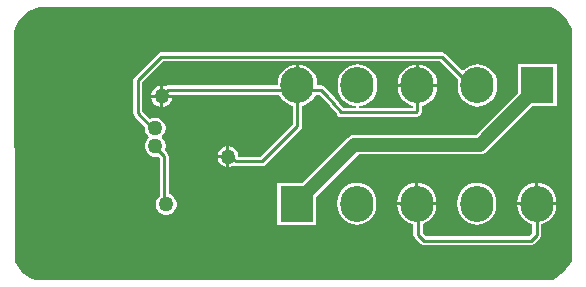
<source format=gbr>
G04*
G04 #@! TF.GenerationSoftware,Altium Limited,Altium Designer,23.0.1 (38)*
G04*
G04 Layer_Physical_Order=2*
G04 Layer_Color=16711680*
%FSLAX25Y25*%
%MOIN*%
G70*
G04*
G04 #@! TF.SameCoordinates,522C3931-FE7E-4C40-AD20-8D3CB5E53036*
G04*
G04*
G04 #@! TF.FilePolarity,Positive*
G04*
G01*
G75*
%ADD14C,0.01000*%
%ADD33C,0.04500*%
%ADD34O,0.11000X0.12000*%
%ADD35R,0.11000X0.12000*%
%ADD36C,0.05000*%
G36*
X463900Y216300D02*
Y216300D01*
X464554Y216065D01*
X465802Y215455D01*
X466975Y214711D01*
X468060Y213843D01*
X469042Y212860D01*
X469911Y211775D01*
X470655Y210602D01*
X471265Y209354D01*
X471500Y208700D01*
X471500Y131500D01*
X471500D01*
X470859Y130559D01*
X469406Y128805D01*
X467795Y127194D01*
X466041Y125741D01*
X465100Y125100D01*
X292400D01*
X292400Y125100D01*
X291832Y125322D01*
X290748Y125881D01*
X289727Y126548D01*
X288780Y127317D01*
X287917Y128180D01*
X287148Y129127D01*
X286481Y130148D01*
X285922Y131232D01*
X285700Y131800D01*
X285501Y206700D01*
X285500Y207200D01*
X285639Y208049D01*
X286177Y209684D01*
X286962Y211216D01*
X287975Y212608D01*
X289193Y213825D01*
X290584Y214838D01*
X292115Y215623D01*
X293751Y216161D01*
X294600Y216300D01*
X463900Y216300D01*
X463900Y216300D01*
D02*
G37*
%LPC*%
G36*
X420500Y196982D02*
Y190500D01*
X426532D01*
X426406Y191774D01*
X426034Y192999D01*
X425431Y194129D01*
X424618Y195118D01*
X423629Y195931D01*
X422500Y196534D01*
X421274Y196906D01*
X420500Y196982D01*
D02*
G37*
G36*
X419500D02*
X418726Y196906D01*
X417500Y196534D01*
X416371Y195931D01*
X415382Y195118D01*
X414569Y194129D01*
X413966Y192999D01*
X413594Y191774D01*
X413469Y190500D01*
D01*
X419500D01*
Y196982D01*
D02*
G37*
G36*
X334300Y189890D02*
X333449Y189662D01*
X332651Y189201D01*
X331999Y188549D01*
X331539Y187751D01*
X331311Y186900D01*
X334300D01*
Y189890D01*
D02*
G37*
G36*
X428177Y201052D02*
X334500D01*
X333915Y200936D01*
X333419Y200604D01*
X325719Y192904D01*
X325387Y192408D01*
X325271Y191823D01*
Y180654D01*
X325387Y180069D01*
X325719Y179572D01*
X329031Y176260D01*
Y175339D01*
X329270Y174449D01*
X329730Y173651D01*
X330304Y173077D01*
X330372Y172894D01*
X330331Y172452D01*
X329829Y171950D01*
X329368Y171152D01*
X329130Y170262D01*
Y169340D01*
X329368Y168450D01*
X329829Y167652D01*
X330481Y167000D01*
X331279Y166539D01*
X332169Y166301D01*
X333090D01*
X333424Y166390D01*
X334056Y165759D01*
Y153203D01*
X334051Y153201D01*
X333399Y152549D01*
X332939Y151751D01*
X332700Y150861D01*
Y149939D01*
X332939Y149049D01*
X333399Y148251D01*
X334051Y147599D01*
X334849Y147139D01*
X335739Y146900D01*
X336661D01*
X337551Y147139D01*
X338349Y147599D01*
X339001Y148251D01*
X339461Y149049D01*
X339700Y149939D01*
Y150861D01*
X339461Y151751D01*
X339001Y152549D01*
X338349Y153201D01*
X337551Y153662D01*
X337115Y153778D01*
Y166393D01*
X336998Y166978D01*
X336667Y167474D01*
X335818Y168323D01*
X335891Y168450D01*
X336130Y169340D01*
Y170262D01*
X335891Y171152D01*
X335430Y171950D01*
X334856Y172524D01*
X334788Y172707D01*
X334830Y173149D01*
X335332Y173651D01*
X335792Y174449D01*
X336031Y175339D01*
Y176261D01*
X335792Y177151D01*
X335332Y177949D01*
X334680Y178601D01*
X333882Y179061D01*
X332992Y179300D01*
X332070D01*
X331180Y179061D01*
X330784Y178833D01*
X328329Y181287D01*
Y191189D01*
X335134Y197994D01*
X427544D01*
X433569Y191968D01*
X433639Y191922D01*
X433594Y191774D01*
X433468Y190500D01*
Y189500D01*
X433594Y188226D01*
X433966Y187001D01*
X434569Y185871D01*
X435382Y184882D01*
X436371Y184069D01*
X437500Y183466D01*
X438726Y183094D01*
X440000Y182969D01*
X441274Y183094D01*
X442499Y183466D01*
X443629Y184069D01*
X444618Y184882D01*
X445431Y185871D01*
X446034Y187001D01*
X446406Y188226D01*
X446531Y189500D01*
Y190500D01*
X446406Y191774D01*
X446034Y192999D01*
X445431Y194129D01*
X444618Y195118D01*
X443629Y195931D01*
X442499Y196534D01*
X441274Y196906D01*
X440000Y197031D01*
X438726Y196906D01*
X437500Y196534D01*
X436371Y195931D01*
X435382Y195118D01*
X435331Y195056D01*
X434831Y195032D01*
X429258Y200604D01*
X428762Y200936D01*
X428177Y201052D01*
D02*
G37*
G36*
X338289Y185900D02*
X335300D01*
Y182911D01*
X336151Y183139D01*
X336949Y183599D01*
X337601Y184251D01*
X338061Y185049D01*
X338289Y185900D01*
D02*
G37*
G36*
X334300D02*
X331311D01*
X331539Y185049D01*
X331999Y184251D01*
X332651Y183599D01*
X333449Y183139D01*
X334300Y182911D01*
Y185900D01*
D02*
G37*
G36*
X400000Y197031D02*
X398726Y196906D01*
X397500Y196534D01*
X396371Y195931D01*
X395382Y195118D01*
X394569Y194129D01*
X393966Y192999D01*
X393594Y191774D01*
X393469Y190500D01*
Y189500D01*
X393594Y188226D01*
X393966Y187001D01*
X394569Y185871D01*
X395382Y184882D01*
X396371Y184069D01*
X397500Y183466D01*
X398726Y183094D01*
X399382Y183029D01*
X399358Y182529D01*
X395225D01*
X391184Y187469D01*
X391124Y187517D01*
X391081Y187581D01*
X389081Y189581D01*
X388585Y189913D01*
X388000Y190029D01*
X386531D01*
Y190500D01*
X386406Y191774D01*
X386034Y192999D01*
X385431Y194129D01*
X384618Y195118D01*
X383629Y195931D01*
X382500Y196534D01*
X381274Y196906D01*
X380500Y196982D01*
Y190000D01*
X379500D01*
Y196982D01*
X378726Y196906D01*
X377501Y196534D01*
X376371Y195931D01*
X375382Y195118D01*
X374569Y194129D01*
X373966Y192999D01*
X373594Y191774D01*
X373469Y190500D01*
Y190029D01*
X336900D01*
X336315Y189913D01*
X335999Y189702D01*
X335300Y189890D01*
Y186900D01*
X338330D01*
X338384Y186971D01*
X373982D01*
X374569Y185871D01*
X375382Y184882D01*
X376371Y184069D01*
X377501Y183466D01*
X378471Y183171D01*
Y177091D01*
X367609Y166229D01*
X360344D01*
Y166718D01*
X360105Y167608D01*
X359644Y168406D01*
X358993Y169058D01*
X358194Y169519D01*
X357344Y169747D01*
Y166257D01*
Y162768D01*
X358194Y162996D01*
X358806Y163349D01*
X358898Y163287D01*
X359483Y163171D01*
X368243D01*
X368828Y163287D01*
X369324Y163619D01*
X381081Y175376D01*
X381413Y175872D01*
X381529Y176457D01*
Y183171D01*
X382500Y183466D01*
X383629Y184069D01*
X384618Y184882D01*
X385431Y185871D01*
X386018Y186971D01*
X387367D01*
X388865Y185473D01*
X393048Y180360D01*
X393107Y180311D01*
X393150Y180247D01*
X393478Y179919D01*
X393974Y179587D01*
X394560Y179471D01*
X419414D01*
X420000Y179587D01*
X420496Y179919D01*
X421081Y180504D01*
X421413Y181000D01*
X421529Y181586D01*
Y183171D01*
X422500Y183466D01*
X423629Y184069D01*
X424618Y184882D01*
X425431Y185871D01*
X426034Y187001D01*
X426406Y188226D01*
X426532Y189500D01*
D01*
X420000D01*
X413469D01*
X413594Y188226D01*
X413966Y187001D01*
X414569Y185871D01*
X415382Y184882D01*
X416371Y184069D01*
X417500Y183466D01*
X418471Y183171D01*
Y182529D01*
X400642D01*
X400618Y183029D01*
X401274Y183094D01*
X402499Y183466D01*
X403629Y184069D01*
X404618Y184882D01*
X405431Y185871D01*
X406034Y187001D01*
X406406Y188226D01*
X406531Y189500D01*
Y190500D01*
X406406Y191774D01*
X406034Y192999D01*
X405431Y194129D01*
X404618Y195118D01*
X403629Y195931D01*
X402499Y196534D01*
X401274Y196906D01*
X400000Y197031D01*
D02*
G37*
G36*
X356344Y169747D02*
X355493Y169519D01*
X354695Y169058D01*
X354043Y168406D01*
X353582Y167608D01*
X353354Y166757D01*
X356344D01*
Y169747D01*
D02*
G37*
G36*
Y165757D02*
X353354D01*
X353582Y164906D01*
X354043Y164108D01*
X354695Y163456D01*
X355493Y162996D01*
X356344Y162768D01*
Y165757D01*
D02*
G37*
G36*
X460300Y157582D02*
Y151100D01*
X466331D01*
X466206Y152374D01*
X465834Y153600D01*
X465231Y154729D01*
X464418Y155718D01*
X463429Y156531D01*
X462299Y157134D01*
X461074Y157506D01*
X460300Y157582D01*
D02*
G37*
G36*
X459300D02*
X458526Y157506D01*
X457301Y157134D01*
X456171Y156531D01*
X455182Y155718D01*
X454369Y154729D01*
X453766Y153600D01*
X453394Y152374D01*
X453268Y151100D01*
X459300D01*
Y157582D01*
D02*
G37*
G36*
X420300D02*
Y151100D01*
X426332D01*
X426206Y152374D01*
X425834Y153600D01*
X425231Y154729D01*
X424418Y155718D01*
X423429Y156531D01*
X422299Y157134D01*
X421074Y157506D01*
X420300Y157582D01*
D02*
G37*
G36*
X419300D02*
X418526Y157506D01*
X417301Y157134D01*
X416171Y156531D01*
X415182Y155718D01*
X414369Y154729D01*
X413766Y153600D01*
X413394Y152374D01*
X413269Y151100D01*
X419300D01*
Y157582D01*
D02*
G37*
G36*
X466500Y197000D02*
X453500D01*
Y187636D01*
X439442Y173578D01*
X399000D01*
X398152Y173466D01*
X397361Y173139D01*
X396682Y172618D01*
X381664Y157600D01*
X373300D01*
Y143600D01*
X386300D01*
Y152964D01*
X400358Y167022D01*
X440800D01*
X441224Y167078D01*
X441648Y167134D01*
X442439Y167461D01*
X443118Y167982D01*
X458136Y183000D01*
X466500D01*
Y197000D01*
D02*
G37*
G36*
X439800Y157631D02*
X438526Y157506D01*
X437300Y157134D01*
X436171Y156531D01*
X435182Y155718D01*
X434369Y154729D01*
X433766Y153600D01*
X433394Y152374D01*
X433268Y151100D01*
Y150100D01*
X433394Y148826D01*
X433766Y147600D01*
X434369Y146471D01*
X435182Y145482D01*
X436171Y144669D01*
X437300Y144066D01*
X438526Y143694D01*
X439800Y143569D01*
X441074Y143694D01*
X442300Y144066D01*
X443429Y144669D01*
X444418Y145482D01*
X445231Y146471D01*
X445834Y147600D01*
X446206Y148826D01*
X446332Y150100D01*
Y151100D01*
X446206Y152374D01*
X445834Y153600D01*
X445231Y154729D01*
X444418Y155718D01*
X443429Y156531D01*
X442300Y157134D01*
X441074Y157506D01*
X439800Y157631D01*
D02*
G37*
G36*
X399800D02*
X398526Y157506D01*
X397301Y157134D01*
X396171Y156531D01*
X395182Y155718D01*
X394369Y154729D01*
X393766Y153600D01*
X393394Y152374D01*
X393269Y151100D01*
Y150100D01*
X393394Y148826D01*
X393766Y147600D01*
X394369Y146471D01*
X395182Y145482D01*
X396171Y144669D01*
X397301Y144066D01*
X398526Y143694D01*
X399800Y143569D01*
X401074Y143694D01*
X402299Y144066D01*
X403429Y144669D01*
X404418Y145482D01*
X405231Y146471D01*
X405834Y147600D01*
X406206Y148826D01*
X406331Y150100D01*
Y151100D01*
X406206Y152374D01*
X405834Y153600D01*
X405231Y154729D01*
X404418Y155718D01*
X403429Y156531D01*
X402299Y157134D01*
X401074Y157506D01*
X399800Y157631D01*
D02*
G37*
G36*
X466331Y150100D02*
X453268D01*
X453394Y148826D01*
X453766Y147600D01*
X454369Y146471D01*
X455182Y145482D01*
X456171Y144669D01*
X457301Y144066D01*
X458271Y143772D01*
Y140893D01*
X457106Y139729D01*
X422905D01*
X421729Y140905D01*
Y143893D01*
X422299Y144066D01*
X423429Y144669D01*
X424418Y145482D01*
X425231Y146471D01*
X425834Y147600D01*
X426206Y148826D01*
X426332Y150100D01*
X413269D01*
X413394Y148826D01*
X413766Y147600D01*
X414369Y146471D01*
X415182Y145482D01*
X416171Y144669D01*
X417301Y144066D01*
X418526Y143694D01*
X418671Y143680D01*
Y140272D01*
X418787Y139686D01*
X419119Y139190D01*
X421190Y137119D01*
X421686Y136787D01*
X422272Y136671D01*
X457740D01*
X458325Y136787D01*
X458821Y137119D01*
X460881Y139179D01*
X461213Y139675D01*
X461329Y140260D01*
Y143772D01*
X462299Y144066D01*
X463429Y144669D01*
X464418Y145482D01*
X465231Y146471D01*
X465834Y147600D01*
X466206Y148826D01*
X466331Y150100D01*
D02*
G37*
%LPD*%
D14*
X356844Y166257D02*
X357926D01*
X359483Y164700D01*
X394560Y181000D02*
X419414D01*
X394232Y181328D02*
X394560Y181000D01*
X419414D02*
X420000Y181586D01*
Y190000D01*
X390000Y186500D02*
X394232Y181328D01*
X359483Y164700D02*
X368243D01*
X380000Y176457D01*
X434744Y193050D02*
X437794Y190000D01*
X440000D01*
X434650Y193050D02*
X434744D01*
X428177Y199523D02*
X434650Y193050D01*
X334500Y199523D02*
X428177D01*
X331654Y175800D02*
X332531D01*
X326800Y180654D02*
X331654Y175800D01*
X326800Y180654D02*
Y191823D01*
X334500Y199523D01*
X336900Y188500D02*
X378500D01*
X334800Y186400D02*
X336900Y188500D01*
X381500D02*
X388000D01*
X390000Y186500D01*
X380000Y176457D02*
Y190000D01*
X378500Y188500D02*
X380000Y190000D01*
X381207Y188793D01*
X381500Y188500D01*
X420200Y140272D02*
Y150200D01*
X422272Y138200D02*
X457740D01*
X420200Y140272D02*
X422272Y138200D01*
X419800Y150600D02*
X420200Y150200D01*
X457740Y138200D02*
X459800Y140260D01*
Y150600D01*
X335585Y151015D02*
Y166393D01*
X332630Y169348D02*
Y169801D01*
Y169348D02*
X335585Y166393D01*
Y151015D02*
X336200Y150400D01*
D33*
X440800Y170300D02*
X460000Y189500D01*
Y190000D01*
X399000Y170300D02*
X440800D01*
X379800Y151100D02*
X399000Y170300D01*
X379800Y150600D02*
Y151100D01*
D34*
X419800Y150600D02*
D03*
X399800D02*
D03*
X439800D02*
D03*
X459800D02*
D03*
X380000Y190000D02*
D03*
X400000D02*
D03*
X440000D02*
D03*
X420000D02*
D03*
D35*
X379800Y150600D02*
D03*
X460000Y190000D02*
D03*
D36*
X356844Y166257D02*
D03*
X332630Y169801D02*
D03*
X332531Y175800D02*
D03*
X334800Y186400D02*
D03*
X336200Y150400D02*
D03*
M02*

</source>
